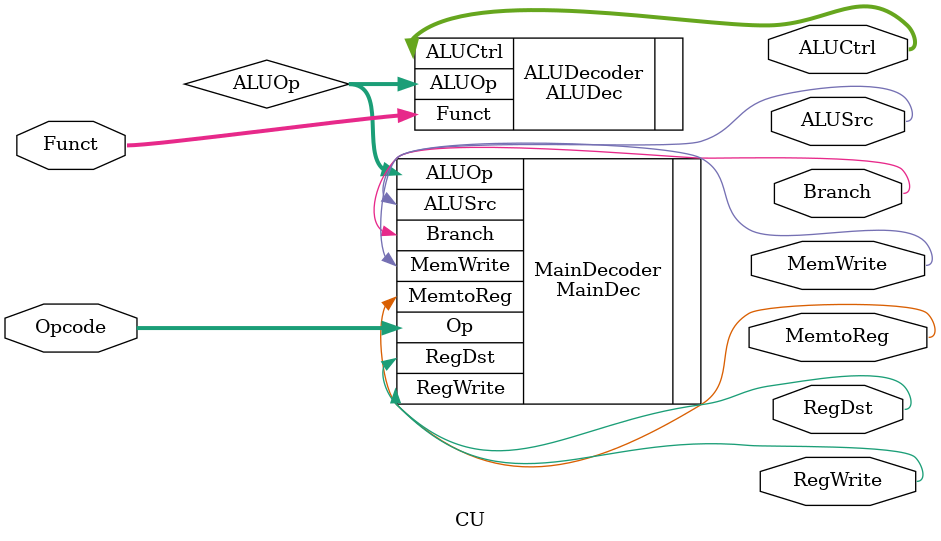
<source format=v>
/*
 *		Thiet ke MIPS pipeline
 *		author: Nguyen Van Cao
 */
//Pipeline Control Unit
module CU(	input [5:0] Opcode, Funct, 
				output MemtoReg, MemWrite, Branch, ALUSrc, RegDst, RegWrite, 
				output [2:0] ALUCtrl); 
wire [1:0] ALUOp; 
//Use MainDec.v & ALUDec.v
//Input Opcode, Funct 
//Output control signal to ALU, Register file, Memory, Multiplexers...
//Ref: Digital design & Computer Architecture p.374 
MainDec MainDecoder(.Op(Opcode), .MemtoReg(MemtoReg), .MemWrite(MemWrite),
						.Branch(Branch), .ALUSrc(ALUSrc), .RegDst(RegDst), .RegWrite(RegWrite), .ALUOp(ALUOp)); 
ALUDec ALUDecoder(.Funct(Funct), .ALUOp(ALUOp), .ALUCtrl(ALUCtrl));
endmodule 
</source>
